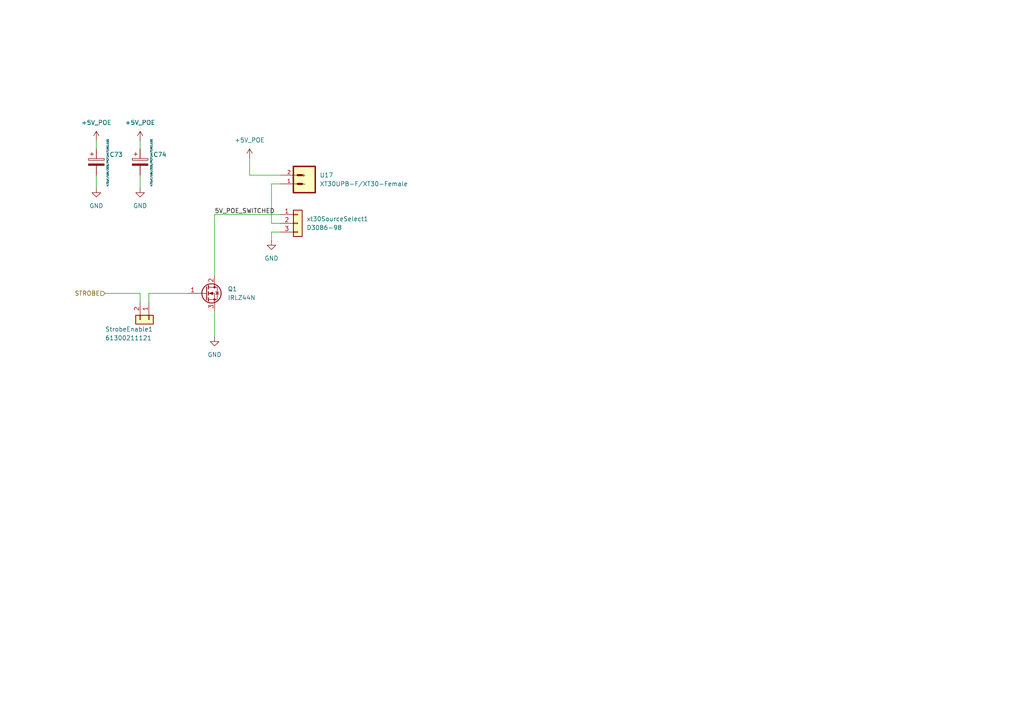
<source format=kicad_sch>
(kicad_sch (version 20231120) (generator "eeschema") (generator_version "8.0")
  (paper "A4")
  (lib_symbols
    (symbol "Connector_Generic:Conn_01x02" (pin_names (offset 1.016) hide)
      (property "Reference" "J" (at 0 2.54 0))
      (property "Value" "Conn_01x02" (at 0 -5.08 0))
      (symbol "Conn_01x02_1_1"
        (rectangle (start -1.27 -2.413) (end 0 -2.667) (stroke (width 0.1524)))
        (rectangle (start -1.27 0.127) (end 0 -0.127) (stroke (width 0.1524)))
        (rectangle (start -1.27 1.27) (end 1.27 -3.81) (stroke (width 0.254)) (fill (type background)))
        (pin passive line (at -5.08 0 0) (length 3.81) (name "Pin_1") (number "1"))
        (pin passive line (at -5.08 -2.54 0) (length 3.81) (name "Pin_2") (number "2"))
      )
    )
    (symbol "Connector_Generic:Conn_01x03" (pin_names (offset 1.016) hide)
      (property "Reference" "J" (at 0 5.08 0))
      (property "Value" "Conn_01x03" (at 0 -5.08 0))
      (symbol "Conn_01x03_1_1"
        (rectangle (start -1.27 -2.413) (end 0 -2.667) (stroke (width 0.1524)))
        (rectangle (start -1.27 0.127) (end 0 -0.127) (stroke (width 0.1524)))
        (rectangle (start -1.27 2.667) (end 0 2.413) (stroke (width 0.1524)))
        (rectangle (start -1.27 3.81) (end 1.27 -3.81) (stroke (width 0.254)) (fill (type background)))
        (pin passive line (at -5.08 2.54 0) (length 3.81) (name "Pin_1") (number "1"))
        (pin passive line (at -5.08 0 0) (length 3.81) (name "Pin_2") (number "2"))
        (pin passive line (at -5.08 -2.54 0) (length 3.81) (name "Pin_3") (number "3"))
      )
    )
    (symbol "Device:C_Polarized" (pin_numbers hide) (pin_names (offset 0.254))
      (property "Reference" "C" (at 0.635 2.54 0))
      (property "Value" "C_Polarized" (at 0.635 -2.54 0))
      (symbol "C_Polarized_0_1"
        (rectangle (start -2.286 0.508) (end 2.286 1.016))
        (polyline (pts (xy -1.778 2.286) (xy -0.762 2.286)))
        (polyline (pts (xy -1.27 2.794) (xy -1.27 1.778)))
        (rectangle (start 2.286 -0.508) (end -2.286 -1.016) (fill (type outline)))
      )
      (symbol "C_Polarized_1_1"
        (pin passive line (at 0 3.81 270) (length 2.794) (name "~") (number "1"))
        (pin passive line (at 0 -3.81 90) (length 2.794) (name "~") (number "2"))
      )
    )
    (symbol "GND_3" (power) (pin_numbers hide) (pin_names (offset 0) hide)
      (property "Value" "GND" (at 0 -3.81 0))
      (symbol "GND_3_0_1"
        (polyline (pts (xy 0 0) (xy 0 -1.27) (xy 1.27 -1.27) (xy 0 -2.54) (xy -1.27 -1.27) (xy 0 -1.27)))
      )
      (symbol "GND_3_1_1"
        (pin power_in line (at 0 0 270) (length 0) (name "~") (number "1"))
      )
    )
    (symbol "Transistor_FET:IRLZ44N" (pin_names hide)
      (property "Reference" "Q" (at 5.08 1.905 0))
      (property "Value" "IRLZ44N" (at 5.08 0 0))
      (symbol "IRLZ44N_0_1"
        (polyline (pts (xy 0.254 0) (xy -2.54 0)))
        (polyline (pts (xy 0.254 1.905) (xy 0.254 -1.905)) (stroke (width 0.254)))
        (polyline (pts (xy 0.762 -1.27) (xy 0.762 -2.286)) (stroke (width 0.254)))
        (polyline (pts (xy 0.762 0.508) (xy 0.762 -0.508)) (stroke (width 0.254)))
        (polyline (pts (xy 0.762 2.286) (xy 0.762 1.27)) (stroke (width 0.254)))
        (polyline (pts (xy 2.54 2.54) (xy 2.54 1.778)))
        (polyline (pts (xy 2.54 -2.54) (xy 2.54 0) (xy 0.762 0)))
        (polyline (pts (xy 0.762 -1.778) (xy 3.302 -1.778) (xy 3.302 1.778) (xy 0.762 1.778)))
        (polyline (pts (xy 1.016 0) (xy 2.032 0.381) (xy 2.032 -0.381) (xy 1.016 0)) (fill (type outline)))
        (polyline (pts (xy 2.794 0.508) (xy 2.921 0.381) (xy 3.683 0.381) (xy 3.81 0.254)))
        (polyline (pts (xy 3.302 0.381) (xy 2.921 -0.254) (xy 3.683 -0.254) (xy 3.302 0.381)))
        (circle (center 1.651 0) (radius 2.794) (stroke (width 0.254)))
        (circle (center 2.54 -1.778) (radius 0.254) (fill (type outline)))
        (circle (center 2.54 1.778) (radius 0.254) (fill (type outline)))
      )
      (symbol "IRLZ44N_1_1"
        (pin input line (at -5.08 0 0) (length 2.54) (name "G") (number "1"))
        (pin passive line (at 2.54 5.08 270) (length 2.54) (name "D") (number "2"))
        (pin passive line (at 2.54 -5.08 90) (length 2.54) (name "S") (number "3"))
      )
    )
    (symbol "power:+5V" (power) (pin_numbers hide) (pin_names (offset 0) hide)
      (property "Value" "+5V" (at 0 3.556 0))
      (symbol "+5V_0_1"
        (polyline (pts (xy -0.762 1.27) (xy 0 2.54)))
        (polyline (pts (xy 0 0) (xy 0 2.54)))
        (polyline (pts (xy 0 2.54) (xy 0.762 1.27)))
      )
      (symbol "+5V_1_1"
        (pin power_in line (at 0 0 90) (length 0) (name "~") (number "1"))
      )
    )
    (symbol "visionAddOn:XT30UPB-F" (pin_names (offset 1.016))
      (property "Reference" "U" (at -2.54 5.588 0))
      (property "Value" "XT30UPB-F" (at -2.54 -4.826 0))
      (symbol "XT30UPB-F_0_0"
        (rectangle (start -2.54 5.08) (end 3.81 -2.54) (stroke (width 0.4064)) (fill (type background)))
        (polyline (pts (xy 1.27 0) (xy 2.54 0)) (stroke (width 0.6096)))
        (polyline (pts (xy 1.27 2.54) (xy 2.54 2.54)) (stroke (width 0.6096)))
      )
      (symbol "XT30UPB-F_1_0"
        (pin passive line (at 7.62 0 180) (length 5.08) (name "-") (number "1"))
        (pin passive line (at 7.62 2.54 180) (length 5.08) (name "+") (number "2"))
      )
    )
  )
  (wire (pts (xy 81.28 62.23) (xy 62.23 62.23)))
  (wire (pts (xy 40.64 50.8) (xy 40.64 54.61)))
  (wire (pts (xy 27.94 50.8) (xy 27.94 54.61)))
  (wire (pts (xy 78.74 64.77) (xy 81.28 64.77)))
  (wire (pts (xy 40.64 40.64) (xy 40.64 43.18)))
  (wire (pts (xy 40.64 85.09) (xy 30.48 85.09)))
  (wire (pts (xy 78.74 53.34) (xy 81.28 53.34)))
  (wire (pts (xy 27.94 40.64) (xy 27.94 43.18)))
  (wire (pts (xy 72.39 50.8) (xy 81.28 50.8)))
  (wire (pts (xy 40.64 87.63) (xy 40.64 85.09)))
  (wire (pts (xy 43.18 85.09) (xy 43.18 87.63)))
  (wire (pts (xy 78.74 67.31) (xy 81.28 67.31)))
  (wire (pts (xy 78.74 53.34) (xy 78.74 64.77)))
  (wire (pts (xy 43.18 85.09) (xy 54.61 85.09)))
  (wire (pts (xy 62.23 62.23) (xy 62.23 80.01)))
  (wire (pts (xy 72.39 45.72) (xy 72.39 50.8)))
  (wire (pts (xy 62.23 97.79) (xy 62.23 90.17)))
  (wire (pts (xy 78.74 69.85) (xy 78.74 67.31)))
  (label "5V_POE_SWITCHED" (at 62.23 62.23 0))
  (hierarchical_label "STROBE" (shape input) (at 30.48 85.09 180))
  (symbol (lib_name "GND_3") (lib_id "power:GND") (at 27.94 54.61 0) (unit 1)
    (property "Reference" "#PWR0146" (effects (hide yes)))
    (property "Value" "GND" (at 27.94 59.69 0))
    (property "Description" "Power symbol creates a global label with name \"GND\" , ground" (effects (hide yes)))
  )
  (symbol (lib_name "GND_3") (lib_id "power:GND") (at 62.23 97.79 0) (unit 1)
    (property "Reference" "#PWR0142" (effects (hide yes)))
    (property "Value" "GND" (at 62.23 102.87 0))
    (property "Description" "Power symbol creates a global label with name \"GND\" , ground" (effects (hide yes)))
  )
  (symbol (lib_id "power:+5V") (at 40.64 40.64 0) (unit 1)
    (property "Reference" "#PWR0147" (effects (hide yes)))
    (property "Value" "+5V_POE" (at 40.64 35.56 0))
    (property "Description" "Power symbol creates a global label with name \"+5V\"" (effects (hide yes)))
  )
  (symbol (lib_id "Connector_Generic:Conn_01x02") (at 43.18 92.71 270) (unit 1)
    (property "Reference" "StrobeEnable1" (at 30.48 95.504 90) (effects (justify left)))
    (property "Value" "61300211121" (at 30.48 98.044 90) (effects (justify left)))
    (property "Footprint" "Connector_PinHeader_2.54mm:PinHeader_1x02_P2.54mm_Vertical" (effects (hide yes)))
    (property "Description" "Generic connector, single row, 01x02, script generated (kicad-library-utils/schlib/autogen/connector/)" (effects (hide yes)))
    (property "DigiKey-Partnumber" "732-5315-ND" (effects (hide yes)))
  )
  (symbol (lib_id "Connector_Generic:Conn_01x03") (at 86.36 64.77 0) (unit 1)
    (property "Reference" "xt30SourceSelect1" (at 88.9 63.4999 0) (effects (justify left)))
    (property "Value" "D3086-98" (at 88.9 66.0399 0) (effects (justify left)))
    (property "Footprint" "visionAddOn:HARWIN_D3086-98" (effects (hide yes)))
    (property "Description" "Generic connector, single row, 01x03, script generated (kicad-library-utils/schlib/autogen/connector/)" (effects (hide yes)))
    (property "DigiKey-Partnumber" "952-1864-ND" (effects (hide yes)))
  )
  (symbol (lib_id "power:+5V") (at 27.94 40.64 0) (unit 1)
    (property "Reference" "#PWR0145" (effects (hide yes)))
    (property "Value" "+5V_POE" (at 27.94 35.56 0))
    (property "Description" "Power symbol creates a global label with name \"+5V\"" (effects (hide yes)))
  )
  (symbol (lib_id "power:+5V") (at 72.39 45.72 0) (unit 1)
    (property "Reference" "#PWR0143" (effects (hide yes)))
    (property "Value" "+5V_POE" (at 72.39 40.64 0))
    (property "Description" "Power symbol creates a global label with name \"+5V\"" (effects (hide yes)))
  )
  (symbol (lib_name "GND_3") (lib_id "power:GND") (at 78.74 69.85 0) (unit 1)
    (property "Reference" "#PWR0144" (effects (hide yes)))
    (property "Value" "GND" (at 78.74 74.93 0))
    (property "Description" "Power symbol creates a global label with name \"GND\" , ground" (effects (hide yes)))
  )
  (symbol (lib_id "Device:C_Polarized") (at 40.64 46.99 0) (unit 1)
    (property "Reference" "C74" (at 44.45 44.8309 0) (effects (justify left)))
    (property "Value" "470uF/10V/20%/PCF1A471MCL1GS" (at 43.942 54.102 90) (effects (font (size 0.508 0.508)) (justify left)))
    (property "Footprint" "Capacitor_SMD:CP_Elec_10x10" (effects (hide yes)))
    (property "Datasheet" "https://www.nichicon.co.jp/english/series_items/catalog_pdf/e-pcf.pdf" (effects (hide yes)))
    (property "Description" "Polarized capacitor" (effects (hide yes)))
    (property "DigiKey-Partnumber" "493-2996-2-ND" (effects (hide yes)))
  )
  (symbol (lib_id "visionAddOn:XT30UPB-F") (at 88.9 53.34 0) (mirror y) (unit 1)
    (property "Reference" "U17" (at 92.71 50.7999 0) (effects (justify right)))
    (property "Value" "XT30UPB-F/XT30-Female" (at 92.71 53.3399 0) (effects (justify right)))
    (property "Footprint" "Connector_AMASS:AMASS_XT30UPB-F_1x02_P5.0mm_Vertical" (effects (hide yes)))
    (property "DigiKey-Partnumber" "1738-1436-ND" (effects (hide yes)))
  )
  (symbol (lib_id "Device:C_Polarized") (at 27.94 46.99 0) (unit 1)
    (property "Reference" "C73" (at 31.75 44.8309 0) (effects (justify left)))
    (property "Value" "470uF/10V/20%/PCF1A471MCL1GS" (at 31.242 54.102 90) (effects (font (size 0.508 0.508)) (justify left)))
    (property "Footprint" "Capacitor_SMD:CP_Elec_10x10" (effects (hide yes)))
    (property "Datasheet" "https://www.nichicon.co.jp/english/series_items/catalog_pdf/e-pcf.pdf" (effects (hide yes)))
    (property "Description" "Polarized capacitor" (effects (hide yes)))
    (property "DigiKey-Partnumber" "493-2996-2-ND" (effects (hide yes)))
  )
  (symbol (lib_id "Transistor_FET:IRLZ44N") (at 59.69 85.09 0) (unit 1)
    (property "Reference" "Q1" (at 66.04 83.8199 0) (effects (justify left)))
    (property "Value" "IRLZ44N" (at 66.04 86.3599 0) (effects (justify left)))
    (property "Footprint" "Package_TO_SOT_THT:TO-220-3_Vertical" (effects (hide yes)))
    (property "Datasheet" "http://www.irf.com/product-info/datasheets/data/irlz44n.pdf" (effects (hide yes)))
    (property "Description" "47A Id, 55V Vds, 22mOhm Rds Single N-Channel HEXFET Power MOSFET, TO-220AB" (effects (hide yes)))
    (property "DigiKey-Partnumber" "IRLZ44NPBF-ND" (effects (hide yes)))
  )
  (symbol (lib_name "GND_3") (lib_id "power:GND") (at 40.64 54.61 0) (unit 1)
    (property "Reference" "#PWR0148" (effects (hide yes)))
    (property "Value" "GND" (at 40.64 59.69 0))
    (property "Description" "Power symbol creates a global label with name \"GND\" , ground" (effects (hide yes)))
  )
)
</source>
